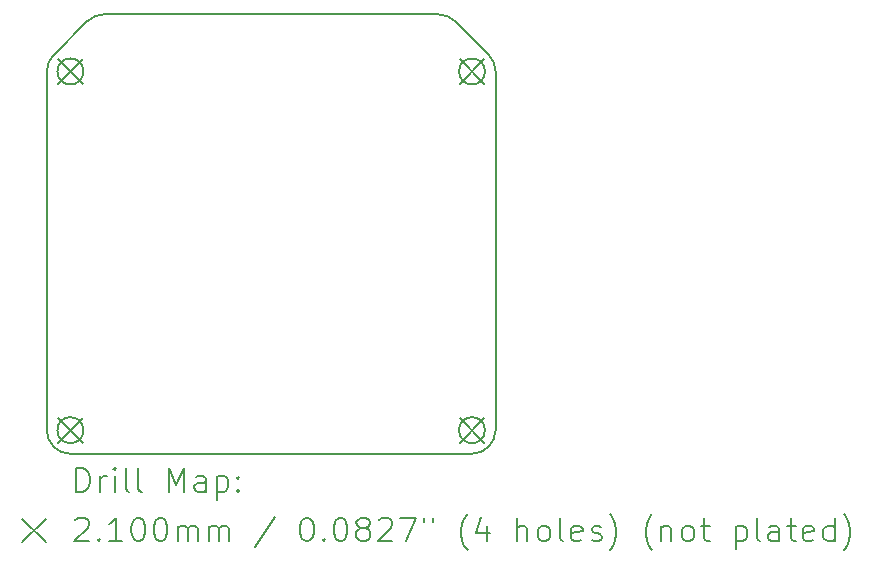
<source format=gbr>
%TF.GenerationSoftware,KiCad,Pcbnew,7.0.11*%
%TF.CreationDate,2025-01-20T01:35:28+09:00*%
%TF.ProjectId,Kicker,4b69636b-6572-42e6-9b69-6361645f7063,rev?*%
%TF.SameCoordinates,Original*%
%TF.FileFunction,Drillmap*%
%TF.FilePolarity,Positive*%
%FSLAX45Y45*%
G04 Gerber Fmt 4.5, Leading zero omitted, Abs format (unit mm)*
G04 Created by KiCad (PCBNEW 7.0.11) date 2025-01-20 01:35:28*
%MOMM*%
%LPD*%
G01*
G04 APERTURE LIST*
%ADD10C,0.200000*%
%ADD11C,0.210000*%
G04 APERTURE END LIST*
D10*
X14610000Y-8192742D02*
X14610000Y-11230000D01*
X14668578Y-8051319D02*
G75*
G03*
X14610000Y-8192742I141422J-141421D01*
G01*
X18351421Y-8051320D02*
X18068579Y-7768478D01*
X14951421Y-7768478D02*
X14668579Y-8051320D01*
X14610000Y-11230000D02*
G75*
G03*
X14810000Y-11430000I200000J0D01*
G01*
X18320000Y-11230000D02*
G75*
G03*
X18100000Y-11230000I-110000J0D01*
G01*
X18100000Y-11230000D02*
G75*
G03*
X18320000Y-11230000I110000J0D01*
G01*
X18068580Y-7768476D02*
G75*
G03*
X17927157Y-7709899I-141420J-141424D01*
G01*
X14810000Y-11430000D02*
X18210000Y-11430000D01*
X18210000Y-11430000D02*
G75*
G03*
X18410000Y-11230000I0J200000D01*
G01*
X15092843Y-7709901D02*
G75*
G03*
X14951421Y-7768478I-3J-199999D01*
G01*
X18410000Y-11230000D02*
X18410000Y-8192742D01*
X14920000Y-11230000D02*
G75*
G03*
X14700000Y-11230000I-110000J0D01*
G01*
X14700000Y-11230000D02*
G75*
G03*
X14920000Y-11230000I110000J0D01*
G01*
X17927157Y-7709899D02*
X15092843Y-7709899D01*
X18409999Y-8192742D02*
G75*
G03*
X18351421Y-8051320I-199999J2D01*
G01*
X14920000Y-8192742D02*
G75*
G03*
X14700000Y-8192742I-110000J0D01*
G01*
X14700000Y-8192742D02*
G75*
G03*
X14920000Y-8192742I110000J0D01*
G01*
X18320000Y-8192742D02*
G75*
G03*
X18100000Y-8192742I-110000J0D01*
G01*
X18100000Y-8192742D02*
G75*
G03*
X18320000Y-8192742I110000J0D01*
G01*
D11*
X14705000Y-8088000D02*
X14915000Y-8298000D01*
X14915000Y-8088000D02*
X14705000Y-8298000D01*
X14706000Y-11125000D02*
X14916000Y-11335000D01*
X14916000Y-11125000D02*
X14706000Y-11335000D01*
X18105000Y-8089000D02*
X18315000Y-8299000D01*
X18315000Y-8089000D02*
X18105000Y-8299000D01*
X18105000Y-11125000D02*
X18315000Y-11335000D01*
X18315000Y-11125000D02*
X18105000Y-11335000D01*
D10*
X14860777Y-11751484D02*
X14860777Y-11551484D01*
X14860777Y-11551484D02*
X14908396Y-11551484D01*
X14908396Y-11551484D02*
X14936967Y-11561008D01*
X14936967Y-11561008D02*
X14956015Y-11580055D01*
X14956015Y-11580055D02*
X14965539Y-11599103D01*
X14965539Y-11599103D02*
X14975062Y-11637198D01*
X14975062Y-11637198D02*
X14975062Y-11665769D01*
X14975062Y-11665769D02*
X14965539Y-11703865D01*
X14965539Y-11703865D02*
X14956015Y-11722912D01*
X14956015Y-11722912D02*
X14936967Y-11741960D01*
X14936967Y-11741960D02*
X14908396Y-11751484D01*
X14908396Y-11751484D02*
X14860777Y-11751484D01*
X15060777Y-11751484D02*
X15060777Y-11618150D01*
X15060777Y-11656246D02*
X15070301Y-11637198D01*
X15070301Y-11637198D02*
X15079824Y-11627674D01*
X15079824Y-11627674D02*
X15098872Y-11618150D01*
X15098872Y-11618150D02*
X15117920Y-11618150D01*
X15184586Y-11751484D02*
X15184586Y-11618150D01*
X15184586Y-11551484D02*
X15175062Y-11561008D01*
X15175062Y-11561008D02*
X15184586Y-11570531D01*
X15184586Y-11570531D02*
X15194110Y-11561008D01*
X15194110Y-11561008D02*
X15184586Y-11551484D01*
X15184586Y-11551484D02*
X15184586Y-11570531D01*
X15308396Y-11751484D02*
X15289348Y-11741960D01*
X15289348Y-11741960D02*
X15279824Y-11722912D01*
X15279824Y-11722912D02*
X15279824Y-11551484D01*
X15413158Y-11751484D02*
X15394110Y-11741960D01*
X15394110Y-11741960D02*
X15384586Y-11722912D01*
X15384586Y-11722912D02*
X15384586Y-11551484D01*
X15641729Y-11751484D02*
X15641729Y-11551484D01*
X15641729Y-11551484D02*
X15708396Y-11694341D01*
X15708396Y-11694341D02*
X15775062Y-11551484D01*
X15775062Y-11551484D02*
X15775062Y-11751484D01*
X15956015Y-11751484D02*
X15956015Y-11646722D01*
X15956015Y-11646722D02*
X15946491Y-11627674D01*
X15946491Y-11627674D02*
X15927443Y-11618150D01*
X15927443Y-11618150D02*
X15889348Y-11618150D01*
X15889348Y-11618150D02*
X15870301Y-11627674D01*
X15956015Y-11741960D02*
X15936967Y-11751484D01*
X15936967Y-11751484D02*
X15889348Y-11751484D01*
X15889348Y-11751484D02*
X15870301Y-11741960D01*
X15870301Y-11741960D02*
X15860777Y-11722912D01*
X15860777Y-11722912D02*
X15860777Y-11703865D01*
X15860777Y-11703865D02*
X15870301Y-11684817D01*
X15870301Y-11684817D02*
X15889348Y-11675293D01*
X15889348Y-11675293D02*
X15936967Y-11675293D01*
X15936967Y-11675293D02*
X15956015Y-11665769D01*
X16051253Y-11618150D02*
X16051253Y-11818150D01*
X16051253Y-11627674D02*
X16070301Y-11618150D01*
X16070301Y-11618150D02*
X16108396Y-11618150D01*
X16108396Y-11618150D02*
X16127443Y-11627674D01*
X16127443Y-11627674D02*
X16136967Y-11637198D01*
X16136967Y-11637198D02*
X16146491Y-11656246D01*
X16146491Y-11656246D02*
X16146491Y-11713388D01*
X16146491Y-11713388D02*
X16136967Y-11732436D01*
X16136967Y-11732436D02*
X16127443Y-11741960D01*
X16127443Y-11741960D02*
X16108396Y-11751484D01*
X16108396Y-11751484D02*
X16070301Y-11751484D01*
X16070301Y-11751484D02*
X16051253Y-11741960D01*
X16232205Y-11732436D02*
X16241729Y-11741960D01*
X16241729Y-11741960D02*
X16232205Y-11751484D01*
X16232205Y-11751484D02*
X16222682Y-11741960D01*
X16222682Y-11741960D02*
X16232205Y-11732436D01*
X16232205Y-11732436D02*
X16232205Y-11751484D01*
X16232205Y-11627674D02*
X16241729Y-11637198D01*
X16241729Y-11637198D02*
X16232205Y-11646722D01*
X16232205Y-11646722D02*
X16222682Y-11637198D01*
X16222682Y-11637198D02*
X16232205Y-11627674D01*
X16232205Y-11627674D02*
X16232205Y-11646722D01*
X14400000Y-11980000D02*
X14600000Y-12180000D01*
X14600000Y-11980000D02*
X14400000Y-12180000D01*
X14851253Y-11990531D02*
X14860777Y-11981008D01*
X14860777Y-11981008D02*
X14879824Y-11971484D01*
X14879824Y-11971484D02*
X14927443Y-11971484D01*
X14927443Y-11971484D02*
X14946491Y-11981008D01*
X14946491Y-11981008D02*
X14956015Y-11990531D01*
X14956015Y-11990531D02*
X14965539Y-12009579D01*
X14965539Y-12009579D02*
X14965539Y-12028627D01*
X14965539Y-12028627D02*
X14956015Y-12057198D01*
X14956015Y-12057198D02*
X14841729Y-12171484D01*
X14841729Y-12171484D02*
X14965539Y-12171484D01*
X15051253Y-12152436D02*
X15060777Y-12161960D01*
X15060777Y-12161960D02*
X15051253Y-12171484D01*
X15051253Y-12171484D02*
X15041729Y-12161960D01*
X15041729Y-12161960D02*
X15051253Y-12152436D01*
X15051253Y-12152436D02*
X15051253Y-12171484D01*
X15251253Y-12171484D02*
X15136967Y-12171484D01*
X15194110Y-12171484D02*
X15194110Y-11971484D01*
X15194110Y-11971484D02*
X15175062Y-12000055D01*
X15175062Y-12000055D02*
X15156015Y-12019103D01*
X15156015Y-12019103D02*
X15136967Y-12028627D01*
X15375062Y-11971484D02*
X15394110Y-11971484D01*
X15394110Y-11971484D02*
X15413158Y-11981008D01*
X15413158Y-11981008D02*
X15422682Y-11990531D01*
X15422682Y-11990531D02*
X15432205Y-12009579D01*
X15432205Y-12009579D02*
X15441729Y-12047674D01*
X15441729Y-12047674D02*
X15441729Y-12095293D01*
X15441729Y-12095293D02*
X15432205Y-12133388D01*
X15432205Y-12133388D02*
X15422682Y-12152436D01*
X15422682Y-12152436D02*
X15413158Y-12161960D01*
X15413158Y-12161960D02*
X15394110Y-12171484D01*
X15394110Y-12171484D02*
X15375062Y-12171484D01*
X15375062Y-12171484D02*
X15356015Y-12161960D01*
X15356015Y-12161960D02*
X15346491Y-12152436D01*
X15346491Y-12152436D02*
X15336967Y-12133388D01*
X15336967Y-12133388D02*
X15327443Y-12095293D01*
X15327443Y-12095293D02*
X15327443Y-12047674D01*
X15327443Y-12047674D02*
X15336967Y-12009579D01*
X15336967Y-12009579D02*
X15346491Y-11990531D01*
X15346491Y-11990531D02*
X15356015Y-11981008D01*
X15356015Y-11981008D02*
X15375062Y-11971484D01*
X15565539Y-11971484D02*
X15584586Y-11971484D01*
X15584586Y-11971484D02*
X15603634Y-11981008D01*
X15603634Y-11981008D02*
X15613158Y-11990531D01*
X15613158Y-11990531D02*
X15622682Y-12009579D01*
X15622682Y-12009579D02*
X15632205Y-12047674D01*
X15632205Y-12047674D02*
X15632205Y-12095293D01*
X15632205Y-12095293D02*
X15622682Y-12133388D01*
X15622682Y-12133388D02*
X15613158Y-12152436D01*
X15613158Y-12152436D02*
X15603634Y-12161960D01*
X15603634Y-12161960D02*
X15584586Y-12171484D01*
X15584586Y-12171484D02*
X15565539Y-12171484D01*
X15565539Y-12171484D02*
X15546491Y-12161960D01*
X15546491Y-12161960D02*
X15536967Y-12152436D01*
X15536967Y-12152436D02*
X15527443Y-12133388D01*
X15527443Y-12133388D02*
X15517920Y-12095293D01*
X15517920Y-12095293D02*
X15517920Y-12047674D01*
X15517920Y-12047674D02*
X15527443Y-12009579D01*
X15527443Y-12009579D02*
X15536967Y-11990531D01*
X15536967Y-11990531D02*
X15546491Y-11981008D01*
X15546491Y-11981008D02*
X15565539Y-11971484D01*
X15717920Y-12171484D02*
X15717920Y-12038150D01*
X15717920Y-12057198D02*
X15727443Y-12047674D01*
X15727443Y-12047674D02*
X15746491Y-12038150D01*
X15746491Y-12038150D02*
X15775063Y-12038150D01*
X15775063Y-12038150D02*
X15794110Y-12047674D01*
X15794110Y-12047674D02*
X15803634Y-12066722D01*
X15803634Y-12066722D02*
X15803634Y-12171484D01*
X15803634Y-12066722D02*
X15813158Y-12047674D01*
X15813158Y-12047674D02*
X15832205Y-12038150D01*
X15832205Y-12038150D02*
X15860777Y-12038150D01*
X15860777Y-12038150D02*
X15879824Y-12047674D01*
X15879824Y-12047674D02*
X15889348Y-12066722D01*
X15889348Y-12066722D02*
X15889348Y-12171484D01*
X15984586Y-12171484D02*
X15984586Y-12038150D01*
X15984586Y-12057198D02*
X15994110Y-12047674D01*
X15994110Y-12047674D02*
X16013158Y-12038150D01*
X16013158Y-12038150D02*
X16041729Y-12038150D01*
X16041729Y-12038150D02*
X16060777Y-12047674D01*
X16060777Y-12047674D02*
X16070301Y-12066722D01*
X16070301Y-12066722D02*
X16070301Y-12171484D01*
X16070301Y-12066722D02*
X16079824Y-12047674D01*
X16079824Y-12047674D02*
X16098872Y-12038150D01*
X16098872Y-12038150D02*
X16127443Y-12038150D01*
X16127443Y-12038150D02*
X16146491Y-12047674D01*
X16146491Y-12047674D02*
X16156015Y-12066722D01*
X16156015Y-12066722D02*
X16156015Y-12171484D01*
X16546491Y-11961960D02*
X16375063Y-12219103D01*
X16803634Y-11971484D02*
X16822682Y-11971484D01*
X16822682Y-11971484D02*
X16841729Y-11981008D01*
X16841729Y-11981008D02*
X16851253Y-11990531D01*
X16851253Y-11990531D02*
X16860777Y-12009579D01*
X16860777Y-12009579D02*
X16870301Y-12047674D01*
X16870301Y-12047674D02*
X16870301Y-12095293D01*
X16870301Y-12095293D02*
X16860777Y-12133388D01*
X16860777Y-12133388D02*
X16851253Y-12152436D01*
X16851253Y-12152436D02*
X16841729Y-12161960D01*
X16841729Y-12161960D02*
X16822682Y-12171484D01*
X16822682Y-12171484D02*
X16803634Y-12171484D01*
X16803634Y-12171484D02*
X16784587Y-12161960D01*
X16784587Y-12161960D02*
X16775063Y-12152436D01*
X16775063Y-12152436D02*
X16765539Y-12133388D01*
X16765539Y-12133388D02*
X16756015Y-12095293D01*
X16756015Y-12095293D02*
X16756015Y-12047674D01*
X16756015Y-12047674D02*
X16765539Y-12009579D01*
X16765539Y-12009579D02*
X16775063Y-11990531D01*
X16775063Y-11990531D02*
X16784587Y-11981008D01*
X16784587Y-11981008D02*
X16803634Y-11971484D01*
X16956015Y-12152436D02*
X16965539Y-12161960D01*
X16965539Y-12161960D02*
X16956015Y-12171484D01*
X16956015Y-12171484D02*
X16946491Y-12161960D01*
X16946491Y-12161960D02*
X16956015Y-12152436D01*
X16956015Y-12152436D02*
X16956015Y-12171484D01*
X17089348Y-11971484D02*
X17108396Y-11971484D01*
X17108396Y-11971484D02*
X17127444Y-11981008D01*
X17127444Y-11981008D02*
X17136968Y-11990531D01*
X17136968Y-11990531D02*
X17146491Y-12009579D01*
X17146491Y-12009579D02*
X17156015Y-12047674D01*
X17156015Y-12047674D02*
X17156015Y-12095293D01*
X17156015Y-12095293D02*
X17146491Y-12133388D01*
X17146491Y-12133388D02*
X17136968Y-12152436D01*
X17136968Y-12152436D02*
X17127444Y-12161960D01*
X17127444Y-12161960D02*
X17108396Y-12171484D01*
X17108396Y-12171484D02*
X17089348Y-12171484D01*
X17089348Y-12171484D02*
X17070301Y-12161960D01*
X17070301Y-12161960D02*
X17060777Y-12152436D01*
X17060777Y-12152436D02*
X17051253Y-12133388D01*
X17051253Y-12133388D02*
X17041729Y-12095293D01*
X17041729Y-12095293D02*
X17041729Y-12047674D01*
X17041729Y-12047674D02*
X17051253Y-12009579D01*
X17051253Y-12009579D02*
X17060777Y-11990531D01*
X17060777Y-11990531D02*
X17070301Y-11981008D01*
X17070301Y-11981008D02*
X17089348Y-11971484D01*
X17270301Y-12057198D02*
X17251253Y-12047674D01*
X17251253Y-12047674D02*
X17241729Y-12038150D01*
X17241729Y-12038150D02*
X17232206Y-12019103D01*
X17232206Y-12019103D02*
X17232206Y-12009579D01*
X17232206Y-12009579D02*
X17241729Y-11990531D01*
X17241729Y-11990531D02*
X17251253Y-11981008D01*
X17251253Y-11981008D02*
X17270301Y-11971484D01*
X17270301Y-11971484D02*
X17308396Y-11971484D01*
X17308396Y-11971484D02*
X17327444Y-11981008D01*
X17327444Y-11981008D02*
X17336968Y-11990531D01*
X17336968Y-11990531D02*
X17346491Y-12009579D01*
X17346491Y-12009579D02*
X17346491Y-12019103D01*
X17346491Y-12019103D02*
X17336968Y-12038150D01*
X17336968Y-12038150D02*
X17327444Y-12047674D01*
X17327444Y-12047674D02*
X17308396Y-12057198D01*
X17308396Y-12057198D02*
X17270301Y-12057198D01*
X17270301Y-12057198D02*
X17251253Y-12066722D01*
X17251253Y-12066722D02*
X17241729Y-12076246D01*
X17241729Y-12076246D02*
X17232206Y-12095293D01*
X17232206Y-12095293D02*
X17232206Y-12133388D01*
X17232206Y-12133388D02*
X17241729Y-12152436D01*
X17241729Y-12152436D02*
X17251253Y-12161960D01*
X17251253Y-12161960D02*
X17270301Y-12171484D01*
X17270301Y-12171484D02*
X17308396Y-12171484D01*
X17308396Y-12171484D02*
X17327444Y-12161960D01*
X17327444Y-12161960D02*
X17336968Y-12152436D01*
X17336968Y-12152436D02*
X17346491Y-12133388D01*
X17346491Y-12133388D02*
X17346491Y-12095293D01*
X17346491Y-12095293D02*
X17336968Y-12076246D01*
X17336968Y-12076246D02*
X17327444Y-12066722D01*
X17327444Y-12066722D02*
X17308396Y-12057198D01*
X17422682Y-11990531D02*
X17432206Y-11981008D01*
X17432206Y-11981008D02*
X17451253Y-11971484D01*
X17451253Y-11971484D02*
X17498872Y-11971484D01*
X17498872Y-11971484D02*
X17517920Y-11981008D01*
X17517920Y-11981008D02*
X17527444Y-11990531D01*
X17527444Y-11990531D02*
X17536968Y-12009579D01*
X17536968Y-12009579D02*
X17536968Y-12028627D01*
X17536968Y-12028627D02*
X17527444Y-12057198D01*
X17527444Y-12057198D02*
X17413158Y-12171484D01*
X17413158Y-12171484D02*
X17536968Y-12171484D01*
X17603634Y-11971484D02*
X17736968Y-11971484D01*
X17736968Y-11971484D02*
X17651253Y-12171484D01*
X17803634Y-11971484D02*
X17803634Y-12009579D01*
X17879825Y-11971484D02*
X17879825Y-12009579D01*
X18175063Y-12247674D02*
X18165539Y-12238150D01*
X18165539Y-12238150D02*
X18146491Y-12209579D01*
X18146491Y-12209579D02*
X18136968Y-12190531D01*
X18136968Y-12190531D02*
X18127444Y-12161960D01*
X18127444Y-12161960D02*
X18117920Y-12114341D01*
X18117920Y-12114341D02*
X18117920Y-12076246D01*
X18117920Y-12076246D02*
X18127444Y-12028627D01*
X18127444Y-12028627D02*
X18136968Y-12000055D01*
X18136968Y-12000055D02*
X18146491Y-11981008D01*
X18146491Y-11981008D02*
X18165539Y-11952436D01*
X18165539Y-11952436D02*
X18175063Y-11942912D01*
X18336968Y-12038150D02*
X18336968Y-12171484D01*
X18289349Y-11961960D02*
X18241730Y-12104817D01*
X18241730Y-12104817D02*
X18365539Y-12104817D01*
X18594111Y-12171484D02*
X18594111Y-11971484D01*
X18679825Y-12171484D02*
X18679825Y-12066722D01*
X18679825Y-12066722D02*
X18670301Y-12047674D01*
X18670301Y-12047674D02*
X18651253Y-12038150D01*
X18651253Y-12038150D02*
X18622682Y-12038150D01*
X18622682Y-12038150D02*
X18603634Y-12047674D01*
X18603634Y-12047674D02*
X18594111Y-12057198D01*
X18803634Y-12171484D02*
X18784587Y-12161960D01*
X18784587Y-12161960D02*
X18775063Y-12152436D01*
X18775063Y-12152436D02*
X18765539Y-12133388D01*
X18765539Y-12133388D02*
X18765539Y-12076246D01*
X18765539Y-12076246D02*
X18775063Y-12057198D01*
X18775063Y-12057198D02*
X18784587Y-12047674D01*
X18784587Y-12047674D02*
X18803634Y-12038150D01*
X18803634Y-12038150D02*
X18832206Y-12038150D01*
X18832206Y-12038150D02*
X18851253Y-12047674D01*
X18851253Y-12047674D02*
X18860777Y-12057198D01*
X18860777Y-12057198D02*
X18870301Y-12076246D01*
X18870301Y-12076246D02*
X18870301Y-12133388D01*
X18870301Y-12133388D02*
X18860777Y-12152436D01*
X18860777Y-12152436D02*
X18851253Y-12161960D01*
X18851253Y-12161960D02*
X18832206Y-12171484D01*
X18832206Y-12171484D02*
X18803634Y-12171484D01*
X18984587Y-12171484D02*
X18965539Y-12161960D01*
X18965539Y-12161960D02*
X18956015Y-12142912D01*
X18956015Y-12142912D02*
X18956015Y-11971484D01*
X19136968Y-12161960D02*
X19117920Y-12171484D01*
X19117920Y-12171484D02*
X19079825Y-12171484D01*
X19079825Y-12171484D02*
X19060777Y-12161960D01*
X19060777Y-12161960D02*
X19051253Y-12142912D01*
X19051253Y-12142912D02*
X19051253Y-12066722D01*
X19051253Y-12066722D02*
X19060777Y-12047674D01*
X19060777Y-12047674D02*
X19079825Y-12038150D01*
X19079825Y-12038150D02*
X19117920Y-12038150D01*
X19117920Y-12038150D02*
X19136968Y-12047674D01*
X19136968Y-12047674D02*
X19146492Y-12066722D01*
X19146492Y-12066722D02*
X19146492Y-12085769D01*
X19146492Y-12085769D02*
X19051253Y-12104817D01*
X19222682Y-12161960D02*
X19241730Y-12171484D01*
X19241730Y-12171484D02*
X19279825Y-12171484D01*
X19279825Y-12171484D02*
X19298873Y-12161960D01*
X19298873Y-12161960D02*
X19308396Y-12142912D01*
X19308396Y-12142912D02*
X19308396Y-12133388D01*
X19308396Y-12133388D02*
X19298873Y-12114341D01*
X19298873Y-12114341D02*
X19279825Y-12104817D01*
X19279825Y-12104817D02*
X19251253Y-12104817D01*
X19251253Y-12104817D02*
X19232206Y-12095293D01*
X19232206Y-12095293D02*
X19222682Y-12076246D01*
X19222682Y-12076246D02*
X19222682Y-12066722D01*
X19222682Y-12066722D02*
X19232206Y-12047674D01*
X19232206Y-12047674D02*
X19251253Y-12038150D01*
X19251253Y-12038150D02*
X19279825Y-12038150D01*
X19279825Y-12038150D02*
X19298873Y-12047674D01*
X19375063Y-12247674D02*
X19384587Y-12238150D01*
X19384587Y-12238150D02*
X19403634Y-12209579D01*
X19403634Y-12209579D02*
X19413158Y-12190531D01*
X19413158Y-12190531D02*
X19422682Y-12161960D01*
X19422682Y-12161960D02*
X19432206Y-12114341D01*
X19432206Y-12114341D02*
X19432206Y-12076246D01*
X19432206Y-12076246D02*
X19422682Y-12028627D01*
X19422682Y-12028627D02*
X19413158Y-12000055D01*
X19413158Y-12000055D02*
X19403634Y-11981008D01*
X19403634Y-11981008D02*
X19384587Y-11952436D01*
X19384587Y-11952436D02*
X19375063Y-11942912D01*
X19736968Y-12247674D02*
X19727444Y-12238150D01*
X19727444Y-12238150D02*
X19708396Y-12209579D01*
X19708396Y-12209579D02*
X19698873Y-12190531D01*
X19698873Y-12190531D02*
X19689349Y-12161960D01*
X19689349Y-12161960D02*
X19679825Y-12114341D01*
X19679825Y-12114341D02*
X19679825Y-12076246D01*
X19679825Y-12076246D02*
X19689349Y-12028627D01*
X19689349Y-12028627D02*
X19698873Y-12000055D01*
X19698873Y-12000055D02*
X19708396Y-11981008D01*
X19708396Y-11981008D02*
X19727444Y-11952436D01*
X19727444Y-11952436D02*
X19736968Y-11942912D01*
X19813158Y-12038150D02*
X19813158Y-12171484D01*
X19813158Y-12057198D02*
X19822682Y-12047674D01*
X19822682Y-12047674D02*
X19841730Y-12038150D01*
X19841730Y-12038150D02*
X19870301Y-12038150D01*
X19870301Y-12038150D02*
X19889349Y-12047674D01*
X19889349Y-12047674D02*
X19898873Y-12066722D01*
X19898873Y-12066722D02*
X19898873Y-12171484D01*
X20022682Y-12171484D02*
X20003634Y-12161960D01*
X20003634Y-12161960D02*
X19994111Y-12152436D01*
X19994111Y-12152436D02*
X19984587Y-12133388D01*
X19984587Y-12133388D02*
X19984587Y-12076246D01*
X19984587Y-12076246D02*
X19994111Y-12057198D01*
X19994111Y-12057198D02*
X20003634Y-12047674D01*
X20003634Y-12047674D02*
X20022682Y-12038150D01*
X20022682Y-12038150D02*
X20051254Y-12038150D01*
X20051254Y-12038150D02*
X20070301Y-12047674D01*
X20070301Y-12047674D02*
X20079825Y-12057198D01*
X20079825Y-12057198D02*
X20089349Y-12076246D01*
X20089349Y-12076246D02*
X20089349Y-12133388D01*
X20089349Y-12133388D02*
X20079825Y-12152436D01*
X20079825Y-12152436D02*
X20070301Y-12161960D01*
X20070301Y-12161960D02*
X20051254Y-12171484D01*
X20051254Y-12171484D02*
X20022682Y-12171484D01*
X20146492Y-12038150D02*
X20222682Y-12038150D01*
X20175063Y-11971484D02*
X20175063Y-12142912D01*
X20175063Y-12142912D02*
X20184587Y-12161960D01*
X20184587Y-12161960D02*
X20203634Y-12171484D01*
X20203634Y-12171484D02*
X20222682Y-12171484D01*
X20441730Y-12038150D02*
X20441730Y-12238150D01*
X20441730Y-12047674D02*
X20460777Y-12038150D01*
X20460777Y-12038150D02*
X20498873Y-12038150D01*
X20498873Y-12038150D02*
X20517920Y-12047674D01*
X20517920Y-12047674D02*
X20527444Y-12057198D01*
X20527444Y-12057198D02*
X20536968Y-12076246D01*
X20536968Y-12076246D02*
X20536968Y-12133388D01*
X20536968Y-12133388D02*
X20527444Y-12152436D01*
X20527444Y-12152436D02*
X20517920Y-12161960D01*
X20517920Y-12161960D02*
X20498873Y-12171484D01*
X20498873Y-12171484D02*
X20460777Y-12171484D01*
X20460777Y-12171484D02*
X20441730Y-12161960D01*
X20651254Y-12171484D02*
X20632206Y-12161960D01*
X20632206Y-12161960D02*
X20622682Y-12142912D01*
X20622682Y-12142912D02*
X20622682Y-11971484D01*
X20813158Y-12171484D02*
X20813158Y-12066722D01*
X20813158Y-12066722D02*
X20803635Y-12047674D01*
X20803635Y-12047674D02*
X20784587Y-12038150D01*
X20784587Y-12038150D02*
X20746492Y-12038150D01*
X20746492Y-12038150D02*
X20727444Y-12047674D01*
X20813158Y-12161960D02*
X20794111Y-12171484D01*
X20794111Y-12171484D02*
X20746492Y-12171484D01*
X20746492Y-12171484D02*
X20727444Y-12161960D01*
X20727444Y-12161960D02*
X20717920Y-12142912D01*
X20717920Y-12142912D02*
X20717920Y-12123865D01*
X20717920Y-12123865D02*
X20727444Y-12104817D01*
X20727444Y-12104817D02*
X20746492Y-12095293D01*
X20746492Y-12095293D02*
X20794111Y-12095293D01*
X20794111Y-12095293D02*
X20813158Y-12085769D01*
X20879825Y-12038150D02*
X20956015Y-12038150D01*
X20908396Y-11971484D02*
X20908396Y-12142912D01*
X20908396Y-12142912D02*
X20917920Y-12161960D01*
X20917920Y-12161960D02*
X20936968Y-12171484D01*
X20936968Y-12171484D02*
X20956015Y-12171484D01*
X21098873Y-12161960D02*
X21079825Y-12171484D01*
X21079825Y-12171484D02*
X21041730Y-12171484D01*
X21041730Y-12171484D02*
X21022682Y-12161960D01*
X21022682Y-12161960D02*
X21013158Y-12142912D01*
X21013158Y-12142912D02*
X21013158Y-12066722D01*
X21013158Y-12066722D02*
X21022682Y-12047674D01*
X21022682Y-12047674D02*
X21041730Y-12038150D01*
X21041730Y-12038150D02*
X21079825Y-12038150D01*
X21079825Y-12038150D02*
X21098873Y-12047674D01*
X21098873Y-12047674D02*
X21108396Y-12066722D01*
X21108396Y-12066722D02*
X21108396Y-12085769D01*
X21108396Y-12085769D02*
X21013158Y-12104817D01*
X21279825Y-12171484D02*
X21279825Y-11971484D01*
X21279825Y-12161960D02*
X21260777Y-12171484D01*
X21260777Y-12171484D02*
X21222682Y-12171484D01*
X21222682Y-12171484D02*
X21203635Y-12161960D01*
X21203635Y-12161960D02*
X21194111Y-12152436D01*
X21194111Y-12152436D02*
X21184587Y-12133388D01*
X21184587Y-12133388D02*
X21184587Y-12076246D01*
X21184587Y-12076246D02*
X21194111Y-12057198D01*
X21194111Y-12057198D02*
X21203635Y-12047674D01*
X21203635Y-12047674D02*
X21222682Y-12038150D01*
X21222682Y-12038150D02*
X21260777Y-12038150D01*
X21260777Y-12038150D02*
X21279825Y-12047674D01*
X21356016Y-12247674D02*
X21365539Y-12238150D01*
X21365539Y-12238150D02*
X21384587Y-12209579D01*
X21384587Y-12209579D02*
X21394111Y-12190531D01*
X21394111Y-12190531D02*
X21403635Y-12161960D01*
X21403635Y-12161960D02*
X21413158Y-12114341D01*
X21413158Y-12114341D02*
X21413158Y-12076246D01*
X21413158Y-12076246D02*
X21403635Y-12028627D01*
X21403635Y-12028627D02*
X21394111Y-12000055D01*
X21394111Y-12000055D02*
X21384587Y-11981008D01*
X21384587Y-11981008D02*
X21365539Y-11952436D01*
X21365539Y-11952436D02*
X21356016Y-11942912D01*
M02*

</source>
